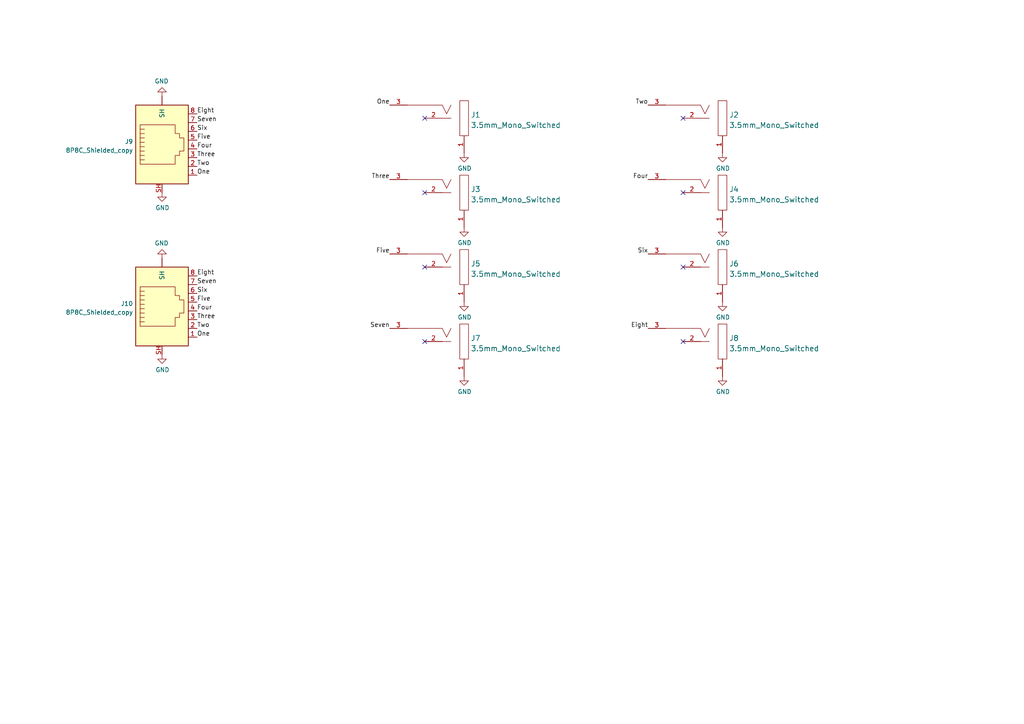
<source format=kicad_sch>
(kicad_sch (version 20211123) (generator eeschema)
  (paper "A4")
  (lib_symbols
    (symbol "8P8C_Shielded_copy_1" (pin_names (offset 1.016))
      (property "Reference" "J" (at -5.08 13.97 0))
      (property "Value" "8P8C_Shielded_copy_1" (at 2.54 13.97 0))
      (symbol "8P8C_Shielded_copy_1_0_1"
        (polyline (pts (xy -5.08 4.445) (xy -6.35 4.445)))
        (polyline (pts (xy -5.08 5.715) (xy -6.35 5.715)))
        (polyline (pts (xy -6.35 -3.175) (xy -5.08 -3.175) (xy -5.08 -3.175)))
        (polyline (pts (xy -6.35 -1.905) (xy -5.08 -1.905) (xy -5.08 -1.905)))
        (polyline (pts (xy -6.35 -0.635) (xy -5.08 -0.635) (xy -5.08 -0.635)))
        (polyline (pts (xy -6.35 0.635) (xy -5.08 0.635) (xy -5.08 0.635)))
        (polyline (pts (xy -6.35 1.905) (xy -5.08 1.905) (xy -5.08 1.905)))
        (polyline (pts (xy -5.08 3.175) (xy -6.35 3.175) (xy -6.35 3.175)))
        (polyline (pts (xy -6.35 -4.445) (xy -6.35 6.985) (xy 3.81 6.985) (xy 3.81 4.445) (xy 5.08 4.445) (xy 5.08 3.175) (xy 6.35 3.175) (xy 6.35 -0.635) (xy 5.08 -0.635) (xy 5.08 -1.905) (xy 3.81 -1.905) (xy 3.81 -4.445) (xy -6.35 -4.445) (xy -6.35 -4.445)))
        (rectangle (start 7.62 12.7) (end -7.62 -10.16) (stroke (width 0.254)) (fill (type background)))
      )
      (symbol "8P8C_Shielded_copy_1_1_1"
        (pin passive line (at 10.16 -7.62 180) (length 2.54) (name "~") (number "1"))
        (pin passive line (at 10.16 -5.08 180) (length 2.54) (name "~") (number "2"))
        (pin passive line (at 10.16 -2.54 180) (length 2.54) (name "~") (number "3"))
        (pin passive line (at 10.16 0 180) (length 2.54) (name "~") (number "4"))
        (pin passive line (at 10.16 2.54 180) (length 2.54) (name "~") (number "5"))
        (pin passive line (at 10.16 5.08 180) (length 2.54) (name "~") (number "6"))
        (pin passive line (at 10.16 7.62 180) (length 2.54) (name "~") (number "7"))
        (pin passive line (at 10.16 10.16 180) (length 2.54) (name "~") (number "8"))
        (pin passive line (at 0 -12.7 90) (length 2.54) (name "~") (number "SH"))
        (pin passive line (at 0 15.24 270) (length 2.54) (name "SH") (number "~"))
      )
    )
    (symbol "CDD3-Connector:3.5mm_Mono_Switched_Corrected_Pins" (pin_names (offset 0) hide)
      (property "Reference" "J" (at -6.35 -7.62 0))
      (property "Value" "3.5mm_Mono_Switched_Corrected_Pins" (at 6.35 6.604 0))
      (symbol "3.5mm_Mono_Switched_Corrected_Pins_0_0"
        (rectangle (start -6.35 5.08) (end -3.81 -5.08))
        (polyline (pts (xy -1.27 0) (xy 1.27 0)))
        (polyline (pts (xy -1.27 3.81) (xy 0 1.27) (xy 1.27 3.81) (xy 11.43 3.81)))
      )
      (symbol "3.5mm_Mono_Switched_Corrected_Pins_1_1"
        (pin passive line (at -5.08 -10.16 90) (length 5.08) (name "SHEILD") (number "1"))
        (pin passive line (at 6.35 0 180) (length 5.08) (name "SW") (number "2"))
        (pin passive line (at 16.51 3.81 180) (length 5.08) (name "SIG") (number "3"))
      )
    )
    (symbol "CDD3-Connector:8P8C_Shielded_copy" (pin_names (offset 1.016))
      (property "Reference" "J" (at -5.08 13.97 0))
      (property "Value" "8P8C_Shielded_copy" (at 2.54 13.97 0))
      (symbol "8P8C_Shielded_copy_0_1"
        (polyline (pts (xy -5.08 4.445) (xy -6.35 4.445)))
        (polyline (pts (xy -5.08 5.715) (xy -6.35 5.715)))
        (polyline (pts (xy -6.35 -3.175) (xy -5.08 -3.175) (xy -5.08 -3.175)))
        (polyline (pts (xy -6.35 -1.905) (xy -5.08 -1.905) (xy -5.08 -1.905)))
        (polyline (pts (xy -6.35 -0.635) (xy -5.08 -0.635) (xy -5.08 -0.635)))
        (polyline (pts (xy -6.35 0.635) (xy -5.08 0.635) (xy -5.08 0.635)))
        (polyline (pts (xy -6.35 1.905) (xy -5.08 1.905) (xy -5.08 1.905)))
        (polyline (pts (xy -5.08 3.175) (xy -6.35 3.175) (xy -6.35 3.175)))
        (polyline (pts (xy -6.35 -4.445) (xy -6.35 6.985) (xy 3.81 6.985) (xy 3.81 4.445) (xy 5.08 4.445) (xy 5.08 3.175) (xy 6.35 3.175) (xy 6.35 -0.635) (xy 5.08 -0.635) (xy 5.08 -1.905) (xy 3.81 -1.905) (xy 3.81 -4.445) (xy -6.35 -4.445) (xy -6.35 -4.445)))
        (rectangle (start 7.62 12.7) (end -7.62 -10.16) (stroke (width 0.254)) (fill (type background)))
      )
      (symbol "8P8C_Shielded_copy_1_1"
        (pin passive line (at 10.16 -7.62 180) (length 2.54) (name "~") (number "1"))
        (pin passive line (at 10.16 -5.08 180) (length 2.54) (name "~") (number "2"))
        (pin passive line (at 10.16 -2.54 180) (length 2.54) (name "~") (number "3"))
        (pin passive line (at 10.16 0 180) (length 2.54) (name "~") (number "4"))
        (pin passive line (at 10.16 2.54 180) (length 2.54) (name "~") (number "5"))
        (pin passive line (at 10.16 5.08 180) (length 2.54) (name "~") (number "6"))
        (pin passive line (at 10.16 7.62 180) (length 2.54) (name "~") (number "7"))
        (pin passive line (at 10.16 10.16 180) (length 2.54) (name "~") (number "8"))
        (pin passive line (at 0 -12.7 90) (length 2.54) (name "~") (number "SH"))
        (pin passive line (at 0 15.24 270) (length 2.54) (name "SH") (number "~"))
      )
    )
    (symbol "power:GND" (power) (pin_names (offset 0))
      (property "Value" "GND" (at 0 -3.81 0))
      (symbol "GND_0_1"
        (polyline (pts (xy 0 0) (xy 0 -1.27) (xy 1.27 -1.27) (xy 0 -2.54) (xy -1.27 -1.27) (xy 0 -1.27)))
      )
      (symbol "GND_1_1"
        (pin power_in line (at 0 0 270) (length 0) hide (name "GND") (number "1"))
      )
    )
  )
  (no_connect (at 123.19 77.47))
  (no_connect (at 123.19 99.06))
  (no_connect (at 198.12 34.29))
  (no_connect (at 123.19 34.29))
  (no_connect (at 198.12 99.06))
  (no_connect (at 198.12 77.47))
  (no_connect (at 123.19 55.88))
  (no_connect (at 198.12 55.88))
  (label "Six" (at 187.96 73.66 180))
  (label "Eight" (at 187.96 95.25 180))
  (label "Eight" (at 57.15 33.02 0))
  (label "Four" (at 187.96 52.07 180))
  (label "Three" (at 57.15 45.72 0))
  (label "Five" (at 113.03 73.66 180))
  (label "Seven" (at 113.03 95.25 180))
  (label "Three" (at 57.15 92.71 0))
  (label "Two" (at 187.96 30.48 180))
  (label "One" (at 113.03 30.48 180))
  (label "Seven" (at 57.15 35.56 0))
  (label "Four" (at 57.15 43.18 0))
  (label "Five" (at 57.15 87.63 0))
  (label "Four" (at 57.15 90.17 0))
  (label "Six" (at 57.15 38.1 0))
  (label "Five" (at 57.15 40.64 0))
  (label "Two" (at 57.15 95.25 0))
  (label "Three" (at 113.03 52.07 180))
  (label "One" (at 57.15 50.8 0))
  (label "One" (at 57.15 97.79 0))
  (label "Eight" (at 57.15 80.01 0))
  (label "Two" (at 57.15 48.26 0))
  (label "Six" (at 57.15 85.09 0))
  (label "Seven" (at 57.15 82.55 0))
  (symbol (lib_id "power:GND") (at 46.99 102.87 0) (unit 1)
    (property "Reference" "#PWR010" (effects hide))
    (property "Value" "GND" (at 47.117 107.2642 0))
  )
  (symbol (lib_id "CDD3-Connector:3.5mm_Mono_Switched_Corrected_Pins") (at 204.47 55.88 0) (mirror y) (unit 1)
    (property "Reference" "J4" (at 211.455 54.9038 0) (effects (font (size 1.524 1.524)) (justify right)))
    (property "Value" "3.5mm_Mono_Switched" (at 211.455 57.8972 0) (effects (font (size 1.524 1.524)) (justify right)))
    (property "Footprint" "4ms_Jack:EighthInch_PJ398SM" (effects hide))
    (property "Specifications" "Audio 3.5mm Jack, mono, switched, PC-pin Vertical" (effects hide))
    (property "Manufacturer" "Wenzhou QingPu Electronics Co" (effects hide))
    (property "Part Number" "WQP-WQP518MA" (effects hide))
  )
  (symbol (lib_id "power:GND") (at 134.62 109.22 0) (unit 1)
    (property "Reference" "#PWR011" (effects hide))
    (property "Value" "GND" (at 134.747 113.6142 0))
  )
  (symbol (lib_id "power:GND") (at 134.62 66.04 0) (unit 1)
    (property "Reference" "#PWR05" (effects hide))
    (property "Value" "GND" (at 134.747 70.4342 0))
  )
  (symbol (lib_id "power:GND") (at 209.55 109.22 0) (unit 1)
    (property "Reference" "#PWR012" (effects hide))
    (property "Value" "GND" (at 209.677 113.6142 0))
  )
  (symbol (lib_id "power:GND") (at 46.99 55.88 0) (unit 1)
    (property "Reference" "#PWR04" (effects hide))
    (property "Value" "GND" (at 47.117 60.2742 0))
  )
  (symbol (lib_name "8P8C_Shielded_copy_1") (lib_id "CDD3-Connector:8P8C_Shielded_copy") (at 46.99 43.18 0) (unit 1)
    (property "Reference" "J9" (at 38.608 41.0753 0) (effects (justify right)))
    (property "Value" "8P8C_Shielded_copy" (at 38.608 43.6122 0) (effects (justify right)))
    (property "Datasheet" "https://cdn.amphenol-cs.com/media/wysiwyg/files/drawing/rje451881x01.pdf" (effects hide))
  )
  (symbol (lib_id "power:GND") (at 134.62 44.45 0) (unit 1)
    (property "Reference" "#PWR02" (effects hide))
    (property "Value" "GND" (at 134.747 48.8442 0))
  )
  (symbol (lib_id "CDD3-Connector:3.5mm_Mono_Switched_Corrected_Pins") (at 129.54 55.88 0) (mirror y) (unit 1)
    (property "Reference" "J3" (at 136.525 54.9038 0) (effects (font (size 1.524 1.524)) (justify right)))
    (property "Value" "3.5mm_Mono_Switched" (at 136.525 57.8972 0) (effects (font (size 1.524 1.524)) (justify right)))
    (property "Footprint" "4ms_Jack:EighthInch_PJ398SM" (effects hide))
    (property "Specifications" "Audio 3.5mm Jack, mono, switched, PC-pin Vertical" (effects hide))
    (property "Manufacturer" "Wenzhou QingPu Electronics Co" (effects hide))
    (property "Part Number" "WQP-WQP518MA" (effects hide))
  )
  (symbol (lib_id "CDD3-Connector:3.5mm_Mono_Switched_Corrected_Pins") (at 129.54 34.29 0) (mirror y) (unit 1)
    (property "Reference" "J1" (at 136.525 33.3138 0) (effects (font (size 1.524 1.524)) (justify right)))
    (property "Value" "3.5mm_Mono_Switched" (at 136.525 36.3072 0) (effects (font (size 1.524 1.524)) (justify right)))
    (property "Footprint" "4ms_Jack:EighthInch_PJ398SM" (effects hide))
    (property "Specifications" "Audio 3.5mm Jack, mono, switched, PC-pin Vertical" (effects hide))
    (property "Manufacturer" "Wenzhou QingPu Electronics Co" (effects hide))
    (property "Part Number" "WQP-WQP518MA" (effects hide))
  )
  (symbol (lib_id "CDD3-Connector:3.5mm_Mono_Switched_Corrected_Pins") (at 204.47 99.06 0) (mirror y) (unit 1)
    (property "Reference" "J8" (at 211.455 98.0838 0) (effects (font (size 1.524 1.524)) (justify right)))
    (property "Value" "3.5mm_Mono_Switched" (at 211.455 101.0772 0) (effects (font (size 1.524 1.524)) (justify right)))
    (property "Footprint" "4ms_Jack:EighthInch_PJ398SM" (effects hide))
    (property "Specifications" "Audio 3.5mm Jack, mono, switched, PC-pin Vertical" (effects hide))
    (property "Manufacturer" "Wenzhou QingPu Electronics Co" (effects hide))
    (property "Part Number" "WQP-WQP518MA" (effects hide))
  )
  (symbol (lib_id "power:GND") (at 209.55 87.63 0) (unit 1)
    (property "Reference" "#PWR09" (effects hide))
    (property "Value" "GND" (at 209.677 92.0242 0))
  )
  (symbol (lib_id "CDD3-Connector:3.5mm_Mono_Switched_Corrected_Pins") (at 129.54 77.47 0) (mirror y) (unit 1)
    (property "Reference" "J5" (at 136.525 76.4938 0) (effects (font (size 1.524 1.524)) (justify right)))
    (property "Value" "3.5mm_Mono_Switched" (at 136.525 79.4872 0) (effects (font (size 1.524 1.524)) (justify right)))
    (property "Footprint" "4ms_Jack:EighthInch_PJ398SM" (effects hide))
    (property "Specifications" "Audio 3.5mm Jack, mono, switched, PC-pin Vertical" (effects hide))
    (property "Manufacturer" "Wenzhou QingPu Electronics Co" (effects hide))
    (property "Part Number" "WQP-WQP518MA" (effects hide))
  )
  (symbol (lib_id "CDD3-Connector:3.5mm_Mono_Switched_Corrected_Pins") (at 129.54 99.06 0) (mirror y) (unit 1)
    (property "Reference" "J7" (at 136.525 98.0838 0) (effects (font (size 1.524 1.524)) (justify right)))
    (property "Value" "3.5mm_Mono_Switched" (at 136.525 101.0772 0) (effects (font (size 1.524 1.524)) (justify right)))
    (property "Footprint" "4ms_Jack:EighthInch_PJ398SM" (effects hide))
    (property "Specifications" "Audio 3.5mm Jack, mono, switched, PC-pin Vertical" (effects hide))
    (property "Manufacturer" "Wenzhou QingPu Electronics Co" (effects hide))
    (property "Part Number" "WQP-WQP518MA" (effects hide))
  )
  (symbol (lib_id "CDD3-Connector:8P8C_Shielded_copy") (at 46.99 90.17 0) (unit 1)
    (property "Reference" "J10" (at 38.608 88.0653 0) (effects (justify right)))
    (property "Value" "8P8C_Shielded_copy" (at 38.608 90.6022 0) (effects (justify right)))
  )
  (symbol (lib_id "power:GND") (at 209.55 44.45 0) (unit 1)
    (property "Reference" "#PWR03" (effects hide))
    (property "Value" "GND" (at 209.677 48.8442 0))
  )
  (symbol (lib_id "power:GND") (at 46.99 27.94 180) (unit 1)
    (property "Reference" "#PWR01" (effects hide))
    (property "Value" "GND" (at 46.863 23.5458 0))
  )
  (symbol (lib_id "CDD3-Connector:3.5mm_Mono_Switched_Corrected_Pins") (at 204.47 77.47 0) (mirror y) (unit 1)
    (property "Reference" "J6" (at 211.455 76.4938 0) (effects (font (size 1.524 1.524)) (justify right)))
    (property "Value" "3.5mm_Mono_Switched" (at 211.455 79.4872 0) (effects (font (size 1.524 1.524)) (justify right)))
    (property "Footprint" "4ms_Jack:EighthInch_PJ398SM" (effects hide))
    (property "Specifications" "Audio 3.5mm Jack, mono, switched, PC-pin Vertical" (effects hide))
    (property "Manufacturer" "Wenzhou QingPu Electronics Co" (effects hide))
    (property "Part Number" "WQP-WQP518MA" (effects hide))
  )
  (symbol (lib_id "power:GND") (at 46.99 74.93 180) (unit 1)
    (property "Reference" "#PWR07" (effects hide))
    (property "Value" "GND" (at 46.863 70.5358 0))
  )
  (symbol (lib_id "power:GND") (at 134.62 87.63 0) (unit 1)
    (property "Reference" "#PWR08" (effects hide))
    (property "Value" "GND" (at 134.747 92.0242 0))
  )
  (symbol (lib_id "CDD3-Connector:3.5mm_Mono_Switched_Corrected_Pins") (at 204.47 34.29 0) (mirror y) (unit 1)
    (property "Reference" "J2" (at 211.455 33.3138 0) (effects (font (size 1.524 1.524)) (justify right)))
    (property "Value" "3.5mm_Mono_Switched" (at 211.455 36.3072 0) (effects (font (size 1.524 1.524)) (justify right)))
    (property "Footprint" "4ms_Jack:EighthInch_PJ398SM" (effects hide))
    (property "Specifications" "Audio 3.5mm Jack, mono, switched, PC-pin Vertical" (effects hide))
    (property "Manufacturer" "Wenzhou QingPu Electronics Co" (effects hide))
    (property "Part Number" "WQP-WQP518MA" (effects hide))
  )
  (symbol (lib_id "power:GND") (at 209.55 66.04 0) (unit 1)
    (property "Reference" "#PWR06" (effects hide))
    (property "Value" "GND" (at 209.677 70.4342 0))
  )
)
</source>
